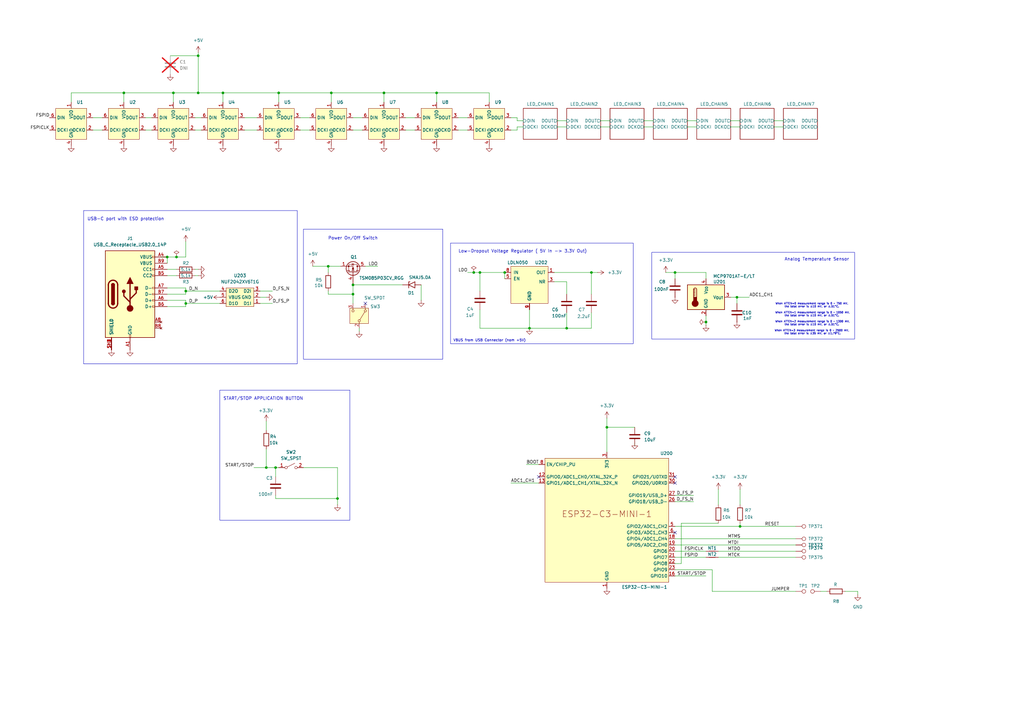
<source format=kicad_sch>
(kicad_sch (version 20231120) (generator "eeschema") (generator_version "8.0")
  (paper "A3")
  (title_block (title "F1 LED CIRCUIT PROJECT") (date "2024-04-10") (rev "v1.0"))
  (lib_symbols
    (symbol "Connector:USB_C_Receptacle_USB2.0_14P" (pin_names (offset 1.016))
      (property "Reference" "J" (at 0 22.225 0))
      (property "Value" "USB_C_Receptacle_USB2.0_14P" (at 0 19.685 0))
      (symbol "USB_C_Receptacle_USB2.0_14P_1_0"
        (pin no_connect line (at 12.7 -11.43 180) (length 2.54) (name "") (number "A8"))
        (pin no_connect line (at 12.7 -13.97 180) (length 2.54) (name "") (number "B8"))
      )
      (symbol "USB_C_Receptacle_USB2.0_14P_1_1"
        (pin passive line (at 0 -22.86 90) (length 5.08) (name "GND") (number "A1"))
        (pin power_in line (at 15.24 15.24 180) (length 5.08) (name "VBUS") (number "A4"))
        (pin bidirectional line (at 15.24 10.16 180) (length 5.08) (name "CC1") (number "A5"))
        (pin bidirectional line (at 15.24 -2.54 180) (length 5.08) (name "D+") (number "A6"))
        (pin bidirectional line (at 15.24 2.54 180) (length 5.08) (name "D-") (number "A7"))
        (pin passive line (at 0 -22.86 90) (length 5.08) hide (name "GND") (number "B12"))
        (pin bidirectional line (at 15.24 7.62 180) (length 5.08) (name "CC2") (number "B5"))
        (pin bidirectional line (at 15.24 -5.08 180) (length 5.08) (name "D+") (number "B6"))
        (pin bidirectional line (at 15.24 0 180) (length 5.08) (name "D-") (number "B7"))
        (pin power_in line (at 15.24 12.7 180) (length 5.08) (name "VBUS") (number "B9"))
        (pin passive line (at -7.62 -22.86 90) (length 5.08) (name "SHIELD") (number "SH1"))
        (pin passive line (at -7.62 -22.86 90) (length 5.08) (name "SHIELD") (number "SH2"))
        (pin passive line (at -7.62 -22.86 90) (length 5.08) (name "SHIELD") (number "SH3"))
        (pin passive line (at -7.62 -22.86 90) (length 5.08) (name "SHIELD") (number "SH4"))
      )
    )
    (symbol "Device:C" (pin_numbers hide) (pin_names (offset 0.254))
      (property "Reference" "C" (at 0.635 2.54 0))
      (property "Value" "C" (at 0.635 -2.54 0))
      (symbol "C_1_1"
        (pin passive line (at 0 3.81 270) (length 2.794) (name "~") (number "1"))
        (pin passive line (at 0 -3.81 90) (length 2.794) (name "~") (number "2"))
      )
    )
    (symbol "Device:NetTie_2" (pin_numbers hide) (pin_names (offset 0) hide) (in_bom no)
      (property "Reference" "NT" (at 0 1.27 0))
      (property "Value" "NetTie_2" (at 0 -1.27 0))
      (symbol "NetTie_2_1_1"
        (pin passive line (at -2.54 0 0) (length 2.54) (name "1") (number "1"))
        (pin passive line (at 2.54 0 180) (length 2.54) (name "2") (number "2"))
      )
    )
    (symbol "Device:R" (pin_numbers hide) (pin_names (offset 0))
      (property "Reference" "R" (at 2.032 0 90))
      (property "Value" "R" (at 0 0 90))
      (symbol "R_1_1"
        (pin passive line (at 0 3.81 270) (length 1.27) (name "~") (number "1"))
        (pin passive line (at 0 -3.81 90) (length 1.27) (name "~") (number "2"))
      )
    )
    (symbol "Diode:SMAJ5.0A" (pin_numbers hide) (pin_names (offset 1.016) hide)
      (property "Reference" "D" (at 0 2.54 0))
      (property "Value" "SMAJ5.0A" (at 0 -2.54 0))
      (symbol "SMAJ5.0A_1_1"
        (pin passive line (at -3.81 0 0) (length 2.54) (name "A1") (number "1"))
        (pin passive line (at 3.81 0 180) (length 2.54) (name "A2") (number "2"))
      )
    )
    (symbol "F1-LED-CIRCUIT-LIBRARY:HD108-2020"
      (property "Reference" "U" (at 0 19.558 0))
      (symbol "HD108-2020_1_1"
        (pin power_in line (at 0 8.89 270) (length 2.54) (name "VDD") (number "1"))
        (pin output line (at 8.89 -2.54 180) (length 2.54) (name "DCKO") (number "2"))
        (pin output line (at 8.89 2.54 180) (length 2.54) (name "DOUT") (number "3"))
        (pin power_in line (at 0 -8.89 90) (length 2.54) (name "GND") (number "4"))
        (pin input line (at -8.89 -2.54 0) (length 2.54) (name "DCKI") (number "5"))
        (pin input line (at -8.89 2.54 0) (length 2.54) (name "DIN") (number "6"))
      )
    )
    (symbol "F1-LED-CIRCUIT-LIBRARY:LDLN050" (pin_names (offset 1.016))
      (property "Reference" "U?" (at -0.254 9.906 0))
      (symbol "LDLN050_1_1"
        (pin power_out line (at 10.16 5.08 180) (length 2.54) (name "OUT") (number "1"))
        (pin no_connect line (at 10.16 -2.54 180) (length 2.54) hide (name "NC") (number "2"))
        (pin passive line (at 10.16 1.27 180) (length 2.54) (name "NR") (number "3"))
        (pin power_in line (at 0 -10.16 90) (length 2.54) (name "GND") (number "4"))
        (pin input line (at -10.16 2.54 0) (length 2.54) (name "EN") (number "5"))
        (pin no_connect line (at -10.16 -1.27 0) (length 2.54) hide (name "NC") (number "6"))
        (pin no_connect line (at -10.16 -5.08 0) (length 2.54) hide (name "NC") (number "7"))
        (pin power_in line (at -10.16 5.08 0) (length 2.54) (name "IN") (number "8"))
        (pin power_in line (at 0 -10.16 90) (length 2.54) (name "GND") (number "9"))
      )
    )
    (symbol "Jitter_Symbols:TSM085P03CV_RGG" (pin_names (offset 0) hide)
      (property "Reference" "Q" (at 5.08 1.905 0))
      (property "Value" "TSM085P03CV_RGG" (at 5.08 0 0))
      (symbol "TSM085P03CV_RGG_1_1"
        (pin passive line (at 2.54 -5.08 90) (length 2.54) (name "S") (number "1"))
        (pin passive line (at 2.54 -5.08 90) (length 2.54) hide (name "S") (number "2"))
        (pin passive line (at 2.54 -5.08 90) (length 2.54) hide (name "S") (number "3"))
        (pin input line (at -5.08 0 0) (length 5.334) (name "G") (number "4"))
        (pin passive line (at 2.54 5.08 270) (length 2.54) (name "D") (number "5"))
        (pin passive line (at 2.54 5.08 270) (length 2.54) hide (name "D") (number "6"))
        (pin passive line (at 2.54 5.08 270) (length 2.54) hide (name "D") (number "7"))
        (pin passive line (at 2.54 5.08 270) (length 2.54) hide (name "D") (number "8"))
      )
    )
    (symbol "PCM_Espressif:ESP32-C3-MINI-1"
      (property "Reference" "U" (at -25.4 30.48 0))
      (property "Value" "ESP32-C3-MINI-1" (at -25.4 27.94 0))
      (symbol "ESP32-C3-MINI-1_0_0"
        (text "ESP32-C3-MINI-1" (at 0 2.54 0) (effects (font (size 2.54 2.54))))
      )
      (symbol "ESP32-C3-MINI-1_1_1"
        (pin power_in line (at 0 -27.94 90) (length 2.54) (name "GND") (number "1"))
        (pin no_connect line (at -25.4 2.54 0) (length 2.54) hide (name "NC") (number "10"))
        (pin passive line (at 0 -27.94 90) (length 2.54) hide (name "GND") (number "11"))
        (pin bidirectional line (at -27.94 17.78 0) (length 2.54) (name "GPIO0/ADC1_CH0/XTAL_32K_P") (number "12"))
        (pin bidirectional line (at -27.94 15.24 0) (length 2.54) (name "GPIO1/ADC1_CH1/XTAL_32K_N") (number "13"))
        (pin passive line (at 0 -27.94 90) (length 2.54) hide (name "GND") (number "14"))
        (pin no_connect line (at -25.4 0 0) (length 2.54) hide (name "NC") (number "15"))
        (pin bidirectional line (at 27.94 -22.86 180) (length 2.54) (name "GPIO10") (number "16"))
        (pin no_connect line (at -25.4 -2.54 0) (length 2.54) hide (name "NC") (number "17"))
        (pin bidirectional line (at 27.94 -7.62 180) (length 2.54) (name "GPIO4/ADC1_CH4") (number "18"))
        (pin bidirectional line (at 27.94 -10.16 180) (length 2.54) (name "GPIO5/ADC2_CH0") (number "19"))
        (pin passive line (at 0 -27.94 90) (length 2.54) hide (name "GND") (number "2"))
        (pin bidirectional line (at 27.94 -12.7 180) (length 2.54) (name "GPIO6") (number "20"))
        (pin bidirectional line (at 27.94 -15.24 180) (length 2.54) (name "GPIO7") (number "21"))
        (pin bidirectional line (at 27.94 -17.78 180) (length 2.54) (name "GPIO8") (number "22"))
        (pin bidirectional line (at 27.94 -20.32 180) (length 2.54) (name "GPIO9") (number "23"))
        (pin no_connect line (at -25.4 -5.08 0) (length 2.54) hide (name "NC") (number "24"))
        (pin no_connect line (at -25.4 -7.62 0) (length 2.54) hide (name "NC") (number "25"))
        (pin bidirectional line (at 27.94 7.62 180) (length 2.54) (name "GPIO18/USB_D-") (number "26"))
        (pin bidirectional line (at 27.94 10.16 180) (length 2.54) (name "GPIO19/USB_D+") (number "27"))
        (pin no_connect line (at -25.4 -10.16 0) (length 2.54) hide (name "NC") (number "28"))
        (pin no_connect line (at -25.4 -12.7 0) (length 2.54) hide (name "NC") (number "29"))
        (pin power_in line (at 0 27.94 270) (length 2.54) (name "3V3") (number "3"))
        (pin bidirectional line (at 27.94 15.24 180) (length 2.54) (name "GPIO20/U0RXD") (number "30"))
        (pin bidirectional line (at 27.94 17.78 180) (length 2.54) (name "GPIO21/U0TXD") (number "31"))
        (pin no_connect line (at -25.4 -15.24 0) (length 2.54) hide (name "NC") (number "32"))
        (pin no_connect line (at -25.4 -17.78 0) (length 2.54) hide (name "NC") (number "33"))
        (pin no_connect line (at -25.4 -20.32 0) (length 2.54) hide (name "NC") (number "34"))
        (pin no_connect line (at -25.4 -22.86 0) (length 2.54) hide (name "NC") (number "35"))
        (pin passive line (at 0 -27.94 90) (length 2.54) hide (name "GND") (number "36"))
        (pin passive line (at 0 -27.94 90) (length 2.54) hide (name "GND") (number "37"))
        (pin passive line (at 0 -27.94 90) (length 2.54) hide (name "GND") (number "38"))
        (pin passive line (at 0 -27.94 90) (length 2.54) hide (name "GND") (number "39"))
        (pin no_connect line (at -25.4 10.16 0) (length 2.54) hide (name "NC") (number "4"))
        (pin passive line (at 0 -27.94 90) (length 2.54) hide (name "GND") (number "40"))
        (pin passive line (at 0 -27.94 90) (length 2.54) hide (name "GND") (number "41"))
        (pin passive line (at 0 -27.94 90) (length 2.54) hide (name "GND") (number "42"))
        (pin passive line (at 0 -27.94 90) (length 2.54) hide (name "GND") (number "43"))
        (pin passive line (at 0 -27.94 90) (length 2.54) hide (name "GND") (number "44"))
        (pin passive line (at 0 -27.94 90) (length 2.54) hide (name "GND") (number "45"))
        (pin passive line (at 0 -27.94 90) (length 2.54) hide (name "GND") (number "46"))
        (pin passive line (at 0 -27.94 90) (length 2.54) hide (name "GND") (number "47"))
        (pin passive line (at 0 -27.94 90) (length 2.54) hide (name "GND") (number "48"))
        (pin passive line (at 0 -27.94 90) (length 2.54) hide (name "GND") (number "49"))
        (pin bidirectional line (at 27.94 -2.54 180) (length 2.54) (name "GPIO2/ADC1_CH2") (number "5"))
        (pin passive line (at 0 -27.94 90) (length 2.54) hide (name "GND") (number "50"))
        (pin passive line (at 0 -27.94 90) (length 2.54) hide (name "GND") (number "51"))
        (pin passive line (at 0 -27.94 90) (length 2.54) hide (name "GND") (number "52"))
        (pin passive line (at 0 -27.94 90) (length 2.54) hide (name "GND") (number "53"))
        (pin bidirectional line (at 27.94 -5.08 180) (length 2.54) (name "GPIO3/ADC1_CH3") (number "6"))
        (pin no_connect line (at -25.4 7.62 0) (length 2.54) hide (name "NC") (number "7"))
        (pin input line (at -27.94 22.86 0) (length 2.54) (name "EN/CHIP_PU") (number "8"))
        (pin no_connect line (at -25.4 5.08 0) (length 2.54) hide (name "NC") (number "9"))
      )
    )
    (symbol "Sensor_Temperature:MCP9700Ax-ELT"
      (property "Reference" "U" (at -6.35 6.35 0))
      (property "Value" "MCP9700Ax-ELT" (at 1.27 6.35 0))
      (symbol "MCP9700Ax-ELT_1_1"
        (pin no_connect line (at 7.62 -2.54 180) (length 2.54) hide (name "NC") (number "1"))
        (pin power_in line (at 0 -7.62 90) (length 2.54) (name "GND") (number "2"))
        (pin output line (at 10.16 0 180) (length 2.54) (name "V_{OUT}") (number "3"))
        (pin power_in line (at 0 7.62 270) (length 2.54) (name "V_{DD}") (number "4"))
        (pin no_connect line (at 7.62 2.54 180) (length 2.54) hide (name "NC") (number "5"))
      )
    )
    (symbol "Switch:SW_SPDT" (pin_names (offset 0) hide)
      (property "Reference" "SW" (at 0 5.08 0))
      (property "Value" "SW_SPDT" (at 0 -5.08 0))
      (symbol "SW_SPDT_1_1"
        (pin passive line (at 5.08 2.54 180) (length 2.54) (name "A") (number "1"))
        (pin passive line (at -5.08 0 0) (length 2.54) (name "B") (number "2"))
        (pin passive line (at 5.08 -2.54 180) (length 2.54) (name "C") (number "3"))
      )
    )
    (symbol "Switch:SW_SPST" (pin_names (offset 0) hide)
      (property "Reference" "SW" (at 0 3.175 0))
      (property "Value" "SW_SPST" (at 0 -2.54 0))
      (symbol "SW_SPST_1_1"
        (pin passive line (at -5.08 0 0) (length 2.54) (name "A") (number "1"))
        (pin passive line (at 5.08 0 180) (length 2.54) (name "B") (number "2"))
      )
    )
    (symbol "adams_library_symbols:GND" (power) (pin_names (offset 0))
      (property "Value" "GND" (at 0 -3.81 0))
      (symbol "GND_1_1"
        (pin power_in line (at 0 0 270) (length 0) hide (name "GND") (number "1"))
      )
    )
    (symbol "adams_library_symbols:NUF2042XV6T1G" (pin_names (offset 1.016))
      (property "Reference" "U" (at -3.81 5.08 0))
      (property "Value" "NUF2042XV6T1G" (at 0 -5.08 0))
      (symbol "NUF2042XV6T1G_1_1"
        (pin bidirectional line (at -7.62 2.54 0) (length 2.54) (name "D1I") (number "1"))
        (pin power_in line (at -7.62 0 0) (length 2.54) (name "GND") (number "2"))
        (pin bidirectional line (at -7.62 -2.54 0) (length 2.54) (name "D2I") (number "3"))
        (pin bidirectional line (at 8.89 -2.54 180) (length 2.54) (name "D2O") (number "4"))
        (pin power_in line (at 8.89 0 180) (length 2.54) (name "VBUS") (number "5"))
        (pin bidirectional line (at 8.89 2.54 180) (length 2.54) (name "D1O") (number "6"))
      )
    )
    (symbol "adams_library_symbols:TestPoint" (pin_numbers hide) (pin_names (offset 0.762) hide)
      (property "Reference" "TP" (at 0 6.858 0))
      (property "Value" "TestPoint" (at 0 5.08 0))
      (symbol "TestPoint_1_1"
        (pin passive line (at 0 0 90) (length 2.54) (name "1") (number "1"))
      )
    )
    (symbol "power:+3.3V" (power) (pin_numbers hide) (pin_names (offset 0) hide)
      (property "Value" "+3.3V" (at 0 3.556 0))
      (symbol "+3.3V_1_1"
        (pin power_in line (at 0 0 90) (length 0) (name "~") (number "1"))
      )
    )
    (symbol "power:+5V" (power) (pin_numbers hide) (pin_names (offset 0) hide)
      (property "Value" "+5V" (at 0 3.556 0))
      (symbol "+5V_1_1"
        (pin power_in line (at 0 0 90) (length 0) (name "~") (number "1"))
      )
    )
    (symbol "power:GND" (power) (pin_numbers hide) (pin_names (offset 0) hide)
      (property "Value" "GND" (at 0 -3.81 0))
      (symbol "GND_1_1"
        (pin power_in line (at 0 0 270) (length 0) (name "~") (number "1"))
      )
    )
    (symbol "power:PWR_FLAG" (power) (pin_numbers hide) (pin_names (offset 0) hide)
      (property "Value" "PWR_FLAG" (at 0 3.81 0))
      (symbol "PWR_FLAG_0_0"
        (pin power_out line (at 0 0 90) (length 0) (name "~") (number "1"))
      )
    )
  )
  (junction (at 114.3 38.1))
  (junction (at 144.78 116.84))
  (junction (at 138.43 204.47))
  (junction (at 81.28 38.1))
  (junction (at 217.17 134.62))
  (junction (at 113.03 191.77))
  (junction (at 109.22 191.77))
  (junction (at 71.12 38.1))
  (junction (at 91.44 38.1))
  (junction (at 289.56 132.08))
  (junction (at 134.62 109.22))
  (junction (at 248.92 175.26))
  (junction (at 179.07 38.1))
  (junction (at 276.86 111.76))
  (junction (at 81.28 22.86))
  (junction (at 68.58 105.41))
  (junction (at 72.39 105.41))
  (junction (at 135.89 38.1))
  (junction (at 242.57 111.76))
  (junction (at 232.41 134.62))
  (junction (at 207.01 111.76))
  (junction (at 50.8 38.1))
  (junction (at 76.2 124.46))
  (junction (at 302.26 121.92))
  (junction (at 76.2 119.38))
  (junction (at 303.53 215.9))
  (junction (at 194.31 111.76))
  (junction (at 196.85 111.76))
  (junction (at 157.48 38.1))
  (junction (at 144.78 120.65))
  (no_connect (at 220.98 195.58))
  (no_connect (at 276.86 195.58))
  (no_connect (at 276.86 218.44))
  (no_connect (at 276.86 198.12))
  (no_connect (at 149.86 124.46))
  (wire (pts (xy 29.21 38.1) (xy 50.8 38.1)))
  (wire (pts (xy 29.21 41.91) (xy 29.21 38.1)))
  (wire (pts (xy 303.53 215.9) (xy 326.39 215.9)))
  (wire (pts (xy 81.28 21.59) (xy 81.28 22.86)))
  (wire (pts (xy 187.96 48.26) (xy 191.77 48.26)))
  (wire (pts (xy 196.85 111.76) (xy 196.85 119.38)))
  (wire (pts (xy 299.72 49.53) (xy 303.53 49.53)))
  (wire (pts (xy 264.16 52.07) (xy 267.97 52.07)))
  (wire (pts (xy 302.26 121.92) (xy 307.34 121.92)))
  (wire (pts (xy 68.58 118.11) (xy 76.2 118.11)))
  (wire (pts (xy 289.56 133.35) (xy 289.56 132.08)))
  (wire (pts (xy 336.55 242.57) (xy 339.09 242.57)))
  (wire (pts (xy 134.62 109.22) (xy 134.62 111.76)))
  (wire (pts (xy 212.09 49.53) (xy 214.63 49.53)))
  (wire (pts (xy 292.1 233.68) (xy 276.86 233.68)))
  (wire (pts (xy 209.55 53.34) (xy 212.09 53.34)))
  (wire (pts (xy 217.17 127) (xy 217.17 134.62)))
  (wire (pts (xy 194.31 111.76) (xy 196.85 111.76)))
  (wire (pts (xy 302.26 121.92) (xy 302.26 124.46)))
  (wire (pts (xy 292.1 233.68) (xy 292.1 242.57)))
  (wire (pts (xy 81.28 38.1) (xy 71.12 38.1)))
  (wire (pts (xy 242.57 128.27) (xy 242.57 134.62)))
  (wire (pts (xy 232.41 134.62) (xy 242.57 134.62)))
  (wire (pts (xy 157.48 38.1) (xy 157.48 41.91)))
  (wire (pts (xy 317.5 52.07) (xy 321.31 52.07)))
  (wire (pts (xy 276.86 226.06) (xy 289.56 226.06)))
  (wire (pts (xy 134.62 109.22) (xy 139.7 109.22)))
  (wire (pts (xy 276.86 205.74) (xy 284.48 205.74)))
  (wire (pts (xy 246.38 49.53) (xy 250.19 49.53)))
  (wire (pts (xy 68.58 125.73) (xy 76.2 125.73)))
  (wire (pts (xy 212.09 48.26) (xy 212.09 49.53)))
  (wire (pts (xy 299.72 52.07) (xy 303.53 52.07)))
  (wire (pts (xy 196.85 127) (xy 196.85 134.62)))
  (wire (pts (xy 276.86 111.76) (xy 289.56 111.76)))
  (wire (pts (xy 66.04 105.41) (xy 68.58 105.41)))
  (wire (pts (xy 209.55 198.12) (xy 220.98 198.12)))
  (wire (pts (xy 68.58 110.49) (xy 72.39 110.49)))
  (wire (pts (xy 260.35 182.88) (xy 260.35 181.61)))
  (wire (pts (xy 91.44 38.1) (xy 91.44 41.91)))
  (wire (pts (xy 232.41 128.27) (xy 232.41 134.62)))
  (wire (pts (xy 50.8 38.1) (xy 50.8 41.91)))
  (wire (pts (xy 281.94 52.07) (xy 285.75 52.07)))
  (wire (pts (xy 106.68 119.38) (xy 111.76 119.38)))
  (wire (pts (xy 123.19 53.34) (xy 127 53.34)))
  (wire (pts (xy 144.78 53.34) (xy 148.59 53.34)))
  (wire (pts (xy 68.58 120.65) (xy 76.2 120.65)))
  (wire (pts (xy 217.17 134.62) (xy 196.85 134.62)))
  (wire (pts (xy 76.2 118.11) (xy 76.2 119.38)))
  (wire (pts (xy 209.55 48.26) (xy 212.09 48.26)))
  (wire (pts (xy 38.1 48.26) (xy 41.91 48.26)))
  (wire (pts (xy 109.22 172.72) (xy 109.22 176.53)))
  (wire (pts (xy 106.68 121.92) (xy 109.22 121.92)))
  (wire (pts (xy 294.64 214.63) (xy 279.4 214.63)))
  (wire (pts (xy 59.69 53.34) (xy 62.23 53.34)))
  (wire (pts (xy 147.32 135.89) (xy 147.32 134.62)))
  (wire (pts (xy 292.1 242.57) (xy 326.39 242.57)))
  (wire (pts (xy 289.56 114.3) (xy 289.56 111.76)))
  (wire (pts (xy 124.46 191.77) (xy 138.43 191.77)))
  (wire (pts (xy 80.01 110.49) (xy 81.28 110.49)))
  (wire (pts (xy 172.72 116.84) (xy 172.72 123.19)))
  (wire (pts (xy 76.2 123.19) (xy 76.2 124.46)))
  (wire (pts (xy 81.28 22.86) (xy 81.28 38.1)))
  (wire (pts (xy 346.71 242.57) (xy 351.79 242.57)))
  (wire (pts (xy 279.4 214.63) (xy 279.4 231.14)))
  (wire (pts (xy 196.85 111.76) (xy 207.01 111.76)))
  (wire (pts (xy 200.66 38.1) (xy 200.66 41.91)))
  (wire (pts (xy 246.38 52.07) (xy 250.19 52.07)))
  (wire (pts (xy 76.2 124.46) (xy 76.2 125.73)))
  (wire (pts (xy 215.9 190.5) (xy 220.98 190.5)))
  (wire (pts (xy 104.14 191.77) (xy 109.22 191.77)))
  (wire (pts (xy 50.8 38.1) (xy 71.12 38.1)))
  (wire (pts (xy 59.69 48.26) (xy 62.23 48.26)))
  (wire (pts (xy 144.78 116.84) (xy 165.1 116.84)))
  (wire (pts (xy 135.89 38.1) (xy 135.89 41.91)))
  (wire (pts (xy 68.58 105.41) (xy 68.58 107.95)))
  (wire (pts (xy 248.92 175.26) (xy 248.92 185.42)))
  (wire (pts (xy 76.2 120.65) (xy 76.2 119.38)))
  (wire (pts (xy 217.17 134.62) (xy 232.41 134.62)))
  (wire (pts (xy 276.86 111.76) (xy 276.86 114.3)))
  (wire (pts (xy 72.39 105.41) (xy 76.2 105.41)))
  (wire (pts (xy 144.78 48.26) (xy 148.59 48.26)))
  (wire (pts (xy 76.2 99.06) (xy 76.2 105.41)))
  (wire (pts (xy 113.03 191.77) (xy 114.3 191.77)))
  (wire (pts (xy 179.07 38.1) (xy 200.66 38.1)))
  (wire (pts (xy 227.33 115.57) (xy 232.41 115.57)))
  (wire (pts (xy 303.53 215.9) (xy 303.53 214.63)))
  (wire (pts (xy 276.86 215.9) (xy 303.53 215.9)))
  (wire (pts (xy 144.78 116.84) (xy 144.78 120.65)))
  (wire (pts (xy 232.41 120.65) (xy 232.41 115.57)))
  (wire (pts (xy 76.2 124.46) (xy 90.17 124.46)))
  (wire (pts (xy 69.85 22.86) (xy 81.28 22.86)))
  (wire (pts (xy 135.89 38.1) (xy 157.48 38.1)))
  (wire (pts (xy 166.37 53.34) (xy 170.18 53.34)))
  (wire (pts (xy 109.22 184.15) (xy 109.22 191.77)))
  (wire (pts (xy 106.68 124.46) (xy 111.76 124.46)))
  (wire (pts (xy 114.3 38.1) (xy 135.89 38.1)))
  (wire (pts (xy 281.94 49.53) (xy 285.75 49.53)))
  (wire (pts (xy 91.44 38.1) (xy 114.3 38.1)))
  (wire (pts (xy 154.94 109.22) (xy 149.86 109.22)))
  (wire (pts (xy 228.6 49.53) (xy 232.41 49.53)))
  (wire (pts (xy 212.09 52.07) (xy 214.63 52.07)))
  (wire (pts (xy 284.48 203.2) (xy 276.86 203.2)))
  (wire (pts (xy 68.58 123.19) (xy 76.2 123.19)))
  (wire (pts (xy 68.58 105.41) (xy 72.39 105.41)))
  (wire (pts (xy 212.09 53.34) (xy 212.09 52.07)))
  (wire (pts (xy 289.56 132.08) (xy 289.56 129.54)))
  (wire (pts (xy 76.2 119.38) (xy 90.17 119.38)))
  (wire (pts (xy 276.86 228.6) (xy 289.56 228.6)))
  (wire (pts (xy 138.43 191.77) (xy 138.43 204.47)))
  (wire (pts (xy 294.64 226.06) (xy 326.39 226.06)))
  (wire (pts (xy 100.33 53.34) (xy 105.41 53.34)))
  (wire (pts (xy 273.05 111.76) (xy 276.86 111.76)))
  (wire (pts (xy 207.01 111.76) (xy 207.01 114.3)))
  (wire (pts (xy 351.79 242.57) (xy 351.79 243.84)))
  (wire (pts (xy 228.6 52.07) (xy 232.41 52.07)))
  (wire (pts (xy 68.58 113.03) (xy 72.39 113.03)))
  (wire (pts (xy 134.62 119.38) (xy 134.62 120.65)))
  (wire (pts (xy 138.43 204.47) (xy 138.43 207.01)))
  (wire (pts (xy 294.64 200.66) (xy 294.64 207.01)))
  (wire (pts (xy 248.92 175.26) (xy 260.35 175.26)))
  (wire (pts (xy 248.92 171.45) (xy 248.92 175.26)))
  (wire (pts (xy 123.19 48.26) (xy 127 48.26)))
  (wire (pts (xy 179.07 38.1) (xy 179.07 41.91)))
  (wire (pts (xy 276.86 236.22) (xy 289.56 236.22)))
  (wire (pts (xy 38.1 53.34) (xy 41.91 53.34)))
  (wire (pts (xy 113.03 203.2) (xy 113.03 204.47)))
  (wire (pts (xy 299.72 121.92) (xy 302.26 121.92)))
  (wire (pts (xy 166.37 48.26) (xy 170.18 48.26)))
  (wire (pts (xy 276.86 223.52) (xy 326.39 223.52)))
  (wire (pts (xy 100.33 48.26) (xy 105.41 48.26)))
  (wire (pts (xy 276.86 220.98) (xy 326.39 220.98)))
  (wire (pts (xy 227.33 111.76) (xy 242.57 111.76)))
  (wire (pts (xy 109.22 191.77) (xy 113.03 191.77)))
  (wire (pts (xy 134.62 120.65) (xy 144.78 120.65)))
  (wire (pts (xy 80.01 48.26) (xy 82.55 48.26)))
  (wire (pts (xy 187.96 53.34) (xy 191.77 53.34)))
  (wire (pts (xy 114.3 38.1) (xy 114.3 41.91)))
  (wire (pts (xy 264.16 49.53) (xy 267.97 49.53)))
  (wire (pts (xy 71.12 38.1) (xy 71.12 41.91)))
  (wire (pts (xy 276.86 231.14) (xy 279.4 231.14)))
  (wire (pts (xy 242.57 111.76) (xy 242.57 120.65)))
  (wire (pts (xy 113.03 204.47) (xy 138.43 204.47)))
  (wire (pts (xy 80.01 113.03) (xy 81.28 113.03)))
  (wire (pts (xy 80.01 53.34) (xy 82.55 53.34)))
  (wire (pts (xy 245.11 111.76) (xy 242.57 111.76)))
  (wire (pts (xy 317.5 49.53) (xy 321.31 49.53)))
  (wire (pts (xy 191.77 111.76) (xy 194.31 111.76)))
  (wire (pts (xy 81.28 38.1) (xy 91.44 38.1)))
  (wire (pts (xy 113.03 191.77) (xy 113.03 195.58)))
  (wire (pts (xy 294.64 228.6) (xy 326.39 228.6)))
  (wire (pts (xy 157.48 38.1) (xy 179.07 38.1)))
  (wire (pts (xy 303.53 200.66) (xy 303.53 207.01)))
  (wire (pts (xy 144.78 120.65) (xy 144.78 124.46)))
  (wire (pts (xy 128.27 109.22) (xy 134.62 109.22)))
  (rectangle (start 124.46 93.98) (end 181.61 147.32))
  (rectangle (start 267.335 103.505) (end 350.52 139.065))
  (rectangle (start 34.29 86.36) (end 121.92 149.225))
  (rectangle (start 184.785 99.695) (end 259.715 140.97))
  (rectangle (start 90.17 160.02) (end 143.51 213.36))
  (text "Analog Temperature Sensor" (at 335.026 106.426 0) (effects (font (size 1.27 1.27))))
  (text "START/STOP APPLICATION BUTTON" (at 107.95 163.576 0) (effects (font (size 1.27 1.27))))
  (text "Low-Dropout Voltage Regulator ( 5V In -> 3.3V Out)" (at 214.376 103.124 0) (effects (font (size 1.27 1.27))))
  (text "Power On/Off Switch" (at 144.78 97.79 0) (effects (font (size 1.27 1.27))))
  (text "When ATTEN=0 measurement range is 0 ~ 750 mV, \nthe total error is ±10 mV, or ±.51°C. \n\nWhen ATTEN=1 measurement range is 0 ~ 1050 mV,\nthe total error is ±10 mV, or ±.51°C. \n\nWhen ATTEN=2 measurement range is 0 ~ 1300 mV,\nthe total error is ±10 mV, or ±.51°C. \n\nWhen ATTEN=3 measurement range is 0 ~ 2500 mV, \nthe total error is ±35 mV, or ±1.79°C." (at 333.248 130.81 0) (effects (font (size 0.762 0.762))))
  (text "USB-C port with ESD protection" (at 51.562 89.916 0) (effects (font (size 1.27 1.27))))
  (text "VBUS from USB Connector (nom +5V) " (at 201.168 139.7 0) (effects (font (size 1.016 1.016))))
  (label "MTDI" (at 298.45 223.52 0))
  (label "D_FS_P" (at 284.48 203.2 180))
  (label "D_FS_P" (at 111.76 124.46 0))
  (label "LDO" (at 154.94 109.22 180))
  (label "ADC1_CH1" (at 209.55 198.12 0))
  (label "JUMPER" (at 316.23 242.57 0))
  (label "START{slash}STOP" (at 289.56 236.22 180))
  (label "FSPID" (at 20.32 48.26 180))
  (label "BOOT" (at 215.9 190.5 0))
  (label "MTCK" (at 298.45 228.6 0))
  (label "MTMS" (at 298.45 220.98 0))
  (label "RESET" (at 313.69 215.9 0))
  (label "START{slash}STOP" (at 104.14 191.77 180))
  (label "FSPICLK" (at 280.67 226.06 0))
  (label "D_FS_N" (at 111.76 119.38 0))
  (label "D_N" (at 77.47 119.38 0))
  (label "MTDO" (at 298.45 226.06 0))
  (label "D_FS_N" (at 284.48 205.74 180))
  (label "D_P" (at 77.47 124.46 0))
  (label "LDO" (at 191.77 111.76 180))
  (label "ADC1_CH1" (at 307.34 121.92 0))
  (label "FSPID" (at 280.67 228.6 0))
  (label "FSPICLK" (at 20.32 53.34 180))
  (symbol (lib_id "adams_library_symbols:NUF2042XV6T1G") (at 99.06 121.92 180) (unit 1)
    (property "Reference" "U203" (at 98.425 113.03 0))
    (property "Value" "NUF2042XV6T1G" (at 98.425 115.57 0))
    (property "Footprint" "F1-LED-CIRCUIT-LIBRARY:SON_2XV6T1G_ONS" (effects (hide yes)))
    (property "Datasheet" "http://www.onsemi.com/pub/Collateral/NUF2030XV6-D.PDF" (effects (hide yes)))
    (property "Description" "USB Upstream Terminator with ESD Protection" (effects (hide yes)))
    (property "MPN" "NUF2042XV6T1G" (effects (hide yes)))
  )
  (symbol (lib_id "Switch:SW_SPDT") (at 147.32 129.54 270) (mirror x) (unit 1)
    (property "Reference" "SW3" (at 153.924 125.73 90))
    (property "Value" "SW_SPDT" (at 153.67 122.174 90))
    (property "Footprint" "F1-LED-CIRCUIT-LIBRARY:AS12AP_NKK" (effects (hide yes)))
    (property "Datasheet" "https://pt.mouser.com/datasheet/2/295/Aslides-1663571.pdf" (effects (hide yes)))
    (property "Description" "Switch, single pole double throw" (effects (hide yes)))
    (property "MPN" "AS13AP" (effects (hide yes)))
  )
  (symbol (lib_id "adams_library_symbols:GND") (at 53.34 143.51 0) (unit 1)
    (property "Reference" "#PWR04" (effects (hide yes)))
    (property "Value" "GND" (effects (hide yes)))
    (property "Description" "Power symbol creates a global label with name \"GND\" , ground" (effects (hide yes)))
  )
  (symbol (lib_id "adams_library_symbols:GND") (at 157.48 59.69 0) (unit 1)
    (property "Reference" "#PWR0371" (effects (hide yes)))
    (property "Value" "GND" (effects (hide yes)))
    (property "Description" "Power symbol creates a global label with name \"GND\" , ground" (effects (hide yes)))
  )
  (symbol (lib_id "F1-LED-CIRCUIT-LIBRARY:HD108-2020") (at 200.66 50.8 0) (unit 1)
    (property "Reference" "U9" (at 202.8541 41.91 0) (effects (justify left)))
    (property "Value" "HD108-2020" (effects (hide yes)))
    (property "Footprint" "F1-LED-CIRCUIT-LIBRARY:HD108-2020" (effects (hide yes)))
    (property "Description" "HD108-2020 RGB LED" (effects (hide yes)))
    (property "MPN" "HD108-2020" (effects (hide yes)))
  )
  (symbol (lib_id "F1-LED-CIRCUIT-LIBRARY:HD108-2020") (at 179.07 50.8 0) (unit 1)
    (property "Reference" "U8" (at 181.2641 41.91 0) (effects (justify left)))
    (property "Value" "HD108-2020" (effects (hide yes)))
    (property "Footprint" "F1-LED-CIRCUIT-LIBRARY:HD108-2020" (effects (hide yes)))
    (property "Description" "HD108-2020 RGB LED" (effects (hide yes)))
    (property "MPN" "HD108-2020" (effects (hide yes)))
  )
  (symbol (lib_id "adams_library_symbols:TestPoint") (at 326.39 226.06 270) (unit 1)
    (property "Reference" "TP374" (at 331.47 224.7899 90) (effects (justify left)))
    (property "Value" "TestPoint" (effects (hide yes)))
    (property "Footprint" "TestPoint:TestPoint_Pad_D1.5mm" (effects (hide yes)))
    (property "Description" "test point" (effects (hide yes)))
  )
  (symbol (lib_id "power:GND") (at 276.86 121.92 0) (unit 1)
    (property "Reference" "#PWR033" (effects (hide yes)))
    (property "Value" "GND" (effects (hide yes)))
    (property "Description" "Power symbol creates a global label with name \"GND\" , ground" (effects (hide yes)))
  )
  (symbol (lib_id "adams_library_symbols:GND") (at 29.21 59.69 0) (unit 1)
    (property "Reference" "#PWR01" (effects (hide yes)))
    (property "Value" "GND" (effects (hide yes)))
    (property "Description" "Power symbol creates a global label with name \"GND\" , ground" (effects (hide yes)))
  )
  (symbol (lib_id "F1-LED-CIRCUIT-LIBRARY:HD108-2020") (at 91.44 50.8 0) (unit 1)
    (property "Reference" "U4" (at 93.6341 41.91 0) (effects (justify left)))
    (property "Value" "HD108-2020" (effects (hide yes)))
    (property "Footprint" "F1-LED-CIRCUIT-LIBRARY:HD108-2020" (effects (hide yes)))
    (property "Description" "HD108-2020 RGB LED" (effects (hide yes)))
    (property "MPN" "HD108-2020" (effects (hide yes)))
  )
  (symbol (lib_id "adams_library_symbols:TestPoint") (at 326.39 228.6 270) (unit 1)
    (property "Reference" "TP375" (at 331.47 228.5999 90) (effects (justify left)))
    (property "Value" "TestPoint" (effects (hide yes)))
    (property "Footprint" "TestPoint:TestPoint_Pad_D1.5mm" (effects (hide yes)))
    (property "Description" "test point" (effects (hide yes)))
  )
  (symbol (lib_id "power:GND") (at 260.35 181.61 0) (unit 1)
    (property "Reference" "#PWR034" (effects (hide yes)))
    (property "Value" "GND" (effects (hide yes)))
    (property "Description" "Power symbol creates a global label with name \"GND\" , ground" (effects (hide yes)))
  )
  (symbol (lib_id "Device:C") (at 260.35 179.07 0) (unit 1)
    (property "Reference" "C9" (at 264.16 177.7999 0) (effects (justify left)))
    (property "Value" "10uF" (at 264.16 180.3399 0) (effects (justify left)))
    (property "Footprint" "Capacitor_SMD:C_0402_1005Metric" (effects (hide yes)))
    (property "Description" "Unpolarized capacitor" (effects (hide yes)))
  )
  (symbol (lib_id "F1-LED-CIRCUIT-LIBRARY:HD108-2020") (at 29.21 50.8 0) (unit 1)
    (property "Reference" "U1" (at 31.4041 41.91 0) (effects (justify left)))
    (property "Value" "HD108-2020" (effects (hide yes)))
    (property "Footprint" "F1-LED-CIRCUIT-LIBRARY:HD108-2020" (effects (hide yes)))
    (property "Description" "HD108-2020 RGB LED" (effects (hide yes)))
    (property "MPN" "HD108-2020" (effects (hide yes)))
  )
  (symbol (lib_id "power:GND") (at 289.56 133.35 0) (unit 1)
    (property "Reference" "#PWR035" (effects (hide yes)))
    (property "Value" "GND" (effects (hide yes)))
    (property "Description" "Power symbol creates a global label with name \"GND\" , ground" (effects (hide yes)))
  )
  (symbol (lib_id "power:PWR_FLAG") (at 72.39 105.41 0) (unit 1)
    (property "Reference" "#FLG01" (effects (hide yes)))
    (property "Value" "PWR_FLAG" (effects (hide yes)))
    (property "Description" "Special symbol for telling ERC where power comes from" (effects (hide yes)))
  )
  (symbol (lib_id "power:GND") (at 172.72 123.19 0) (unit 1)
    (property "Reference" "#PWR021" (effects (hide yes)))
    (property "Value" "GND" (effects (hide yes)))
    (property "Description" "Power symbol creates a global label with name \"GND\" , ground" (effects (hide yes)))
  )
  (symbol (lib_id "Device:NetTie_2") (at 292.1 226.06 0) (unit 1) (in_bom no)
    (property "Reference" "NT1" (at 292.1 224.79 0))
    (property "Value" "NetTie_2" (effects (hide yes)))
    (property "Footprint" "NetTie:NetTie-2_SMD_Pad0.5mm" (effects (hide yes)))
    (property "Description" "Net tie, 2 pins" (effects (hide yes)))
  )
  (symbol (lib_id "Device:R") (at 342.9 242.57 270) (unit 1)
    (property "Reference" "R8" (at 342.9 246.634 90))
    (property "Value" "R" (at 342.646 239.776 90))
    (property "Footprint" "Resistor_SMD:R_0402_1005Metric" (effects (hide yes)))
    (property "Description" "Resistor" (effects (hide yes)))
  )
  (symbol (lib_id "Device:R") (at 109.22 180.34 180) (unit 1)
    (property "Reference" "R4" (at 112.014 179.07 0))
    (property "Value" "10k" (at 112.268 181.61 0))
    (property "Footprint" "Resistor_SMD:R_0402_1005Metric" (effects (hide yes)))
    (property "Description" "Resistor" (effects (hide yes)))
  )
  (symbol (lib_id "power:+3.3V") (at 109.22 172.72 0) (unit 1)
    (property "Reference" "#PWR016" (effects (hide yes)))
    (property "Value" "+3.3V" (at 108.966 168.402 0))
    (property "Description" "Power symbol creates a global label with name \"+3.3V\"" (effects (hide yes)))
  )
  (symbol (lib_id "adams_library_symbols:GND") (at 200.66 59.69 0) (unit 1)
    (property "Reference" "#PWR0373" (effects (hide yes)))
    (property "Value" "GND" (effects (hide yes)))
    (property "Description" "Power symbol creates a global label with name \"GND\" , ground" (effects (hide yes)))
  )
  (symbol (lib_id "Device:R") (at 294.64 210.82 180) (unit 1)
    (property "Reference" "R6" (at 297.942 209.296 0))
    (property "Value" "10k" (at 297.942 212.09 0))
    (property "Footprint" "Resistor_SMD:R_0402_1005Metric" (effects (hide yes)))
    (property "Description" "Resistor" (effects (hide yes)))
  )
  (symbol (lib_id "Sensor_Temperature:MCP9700Ax-ELT") (at 289.56 121.92 0) (unit 1)
    (property "Reference" "U201" (at 297.688 115.57 0) (effects (justify right)))
    (property "Value" "MCP9701AT-E/LT" (at 309.626 113.284 0) (effects (justify right)))
    (property "Footprint" "Package_TO_SOT_SMD:SOT-353_SC-70-5" (effects (hide yes)))
    (property "Datasheet" "http://ww1.microchip.com/downloads/en/DeviceDoc/20001942G.pdf" (effects (hide yes)))
    (property "Description" "Low power, analog thermistor temperature sensor, ±2C accuracy, -40C to +125C, in SC-70-5" (effects (hide yes)))
    (property "MPN" "MCP9701AT-E/LT" (effects (hide yes)))
  )
  (symbol (lib_id "adams_library_symbols:GND") (at 81.28 110.49 90) (unit 1)
    (property "Reference" "#PWR010" (effects (hide yes)))
    (property "Value" "GND" (effects (hide yes)))
    (property "Description" "Power symbol creates a global label with name \"GND\" , ground" (effects (hide yes)))
  )
  (symbol (lib_id "Diode:SMAJ5.0A") (at 168.91 116.84 0) (unit 1)
    (property "Reference" "D1" (at 168.656 120.142 0))
    (property "Value" "SMAJ5.0A" (at 172.212 113.792 0))
    (property "Footprint" "Diode_SMD:D_SMA" (effects (hide yes)))
    (property "Datasheet" "https://www.littelfuse.com/media?resourcetype=datasheets&itemid=75e32973-b177-4ee3-a0ff-cedaf1abdb93&filename=smaj-datasheet" (effects (hide yes)))
    (property "Description" "400W unidirectional Transient Voltage Suppressor, 5.0Vr, SMA(DO-214AC)" (effects (hide yes)))
    (property "MPN" "SMAJ5.0A" (effects (hide yes)))
  )
  (symbol (lib_id "Device:C") (at 242.57 124.46 0) (unit 1)
    (property "Reference" "C7" (at 237.236 127 0) (effects (justify left)))
    (property "Value" "2.2uF" (at 236.728 129.794 0) (effects (justify left)))
    (property "Footprint" "Capacitor_SMD:C_0402_1005Metric" (effects (hide yes)))
    (property "Description" "Unpolarized capacitor" (effects (hide yes)))
  )
  (symbol (lib_id "power:+3.3V") (at 245.11 111.76 270) (unit 1)
    (property "Reference" "#PWR027" (effects (hide yes)))
    (property "Value" "+3.3V" (at 249.174 111.76 90) (effects (justify left)))
    (property "Description" "Power symbol creates a global label with name \"+3.3V\"" (effects (hide yes)))
  )
  (symbol (lib_id "Device:R") (at 76.2 110.49 90) (unit 1)
    (property "Reference" "R2" (at 76.2 107.95 90))
    (property "Value" "5.1k" (at 76.2 110.49 90))
    (property "Footprint" "Resistor_SMD:R_0402_1005Metric" (effects (hide yes)))
    (property "Description" "Resistor" (effects (hide yes)))
  )
  (symbol (lib_id "adams_library_symbols:GND") (at 135.89 59.69 0) (unit 1)
    (property "Reference" "#PWR017" (effects (hide yes)))
    (property "Value" "GND" (effects (hide yes)))
    (property "Description" "Power symbol creates a global label with name \"GND\" , ground" (effects (hide yes)))
  )
  (symbol (lib_id "power:+5V") (at 81.28 21.59 0) (unit 1)
    (property "Reference" "#PWR07" (effects (hide yes)))
    (property "Value" "+5V" (at 81.28 16.51 0))
    (property "Description" "Power symbol creates a global label with name \"+5V\"" (effects (hide yes)))
  )
  (symbol (lib_id "power:+3.3V") (at 294.64 200.66 0) (unit 1)
    (property "Reference" "#PWR037" (effects (hide yes)))
    (property "Value" "+3.3V" (at 294.64 195.58 0))
    (property "Description" "Power symbol creates a global label with name \"+3.3V\"" (effects (hide yes)))
  )
  (symbol (lib_id "adams_library_symbols:GND") (at 114.3 59.69 0) (unit 1)
    (property "Reference" "#PWR0195" (effects (hide yes)))
    (property "Value" "GND" (effects (hide yes)))
    (property "Description" "Power symbol creates a global label with name \"GND\" , ground" (effects (hide yes)))
  )
  (symbol (lib_id "F1-LED-CIRCUIT-LIBRARY:HD108-2020") (at 50.8 50.8 0) (unit 1)
    (property "Reference" "U2" (at 52.9941 41.91 0) (effects (justify left)))
    (property "Value" "HD108-2020" (effects (hide yes)))
    (property "Footprint" "F1-LED-CIRCUIT-LIBRARY:HD108-2020" (effects (hide yes)))
    (property "Description" "HD108-2020 RGB LED" (effects (hide yes)))
    (property "MPN" "HD108-2020" (effects (hide yes)))
  )
  (symbol (lib_id "F1-LED-CIRCUIT-LIBRARY:LDLN050") (at 217.17 116.84 0) (unit 1)
    (property "Reference" "U202" (at 221.996 107.696 0))
    (property "Value" "LDLN050" (at 212.344 107.696 0))
    (property "Footprint" "F1-LED-CIRCUIT-LIBRARY:DFN8_LDLN050_STM" (effects (hide yes)))
    (property "Datasheet" "https://www.st.com/resource/en/datasheet/ldln050.pdf" (effects (hide yes)))
    (property "Description" " 500 mA, high performance low dropout linear regulator" (effects (hide yes)))
    (property "MPN" "LDLN050PU33R" (effects (hide yes)))
  )
  (symbol (lib_id "Device:C") (at 302.26 128.27 180) (unit 1)
    (property "Reference" "C10" (at 306.324 128.27 0))
    (property "Value" "1nF" (at 306.578 130.556 0))
    (property "Footprint" "Capacitor_SMD:C_0402_1005Metric" (effects (hide yes)))
    (property "Description" "Unpolarized capacitor" (effects (hide yes)))
  )
  (symbol (lib_id "PCM_Espressif:ESP32-C3-MINI-1") (at 248.92 213.36 0) (unit 1)
    (property "Reference" "U200" (at 270.764 185.928 0) (effects (justify left)))
    (property "Value" "ESP32-C3-MINI-1" (at 255.016 240.792 0) (effects (justify left)))
    (property "Footprint" "PCM_Espressif:ESP32-C3-MINI-1" (effects (hide yes)))
    (property "Datasheet" "https://www.espressif.com/sites/default/files/documentation/esp32-c3-mini-1_datasheet_en.pdf" (effects (hide yes)))
    (property "Description" "ESP32-C3-MINI-1 family is an ultra-low-power MCU-based SoC solution that supports 2.4 GHz Wi-Fi and Bluetooth®Low Energy (Bluetooth LE)." (effects (hide yes)))
    (property "MPN" "ESP32-C3-MINI-1-N4" (effects (hide yes)))
  )
  (symbol (lib_id "adams_library_symbols:GND") (at 179.07 59.69 0) (unit 1)
    (property "Reference" "#PWR0372" (effects (hide yes)))
    (property "Value" "GND" (effects (hide yes)))
    (property "Description" "Power symbol creates a global label with name \"GND\" , ground" (effects (hide yes)))
  )
  (symbol (lib_id "F1-LED-CIRCUIT-LIBRARY:HD108-2020") (at 135.89 50.8 0) (unit 1)
    (property "Reference" "U6" (at 138.0841 41.91 0) (effects (justify left)))
    (property "Value" "HD108-2020" (effects (hide yes)))
    (property "Footprint" "F1-LED-CIRCUIT-LIBRARY:HD108-2020" (effects (hide yes)))
    (property "Description" "HD108-2020 RGB LED" (effects (hide yes)))
    (property "MPN" "HD108-2020" (effects (hide yes)))
  )
  (symbol (lib_id "adams_library_symbols:GND") (at 45.72 143.51 0) (unit 1)
    (property "Reference" "#PWR02" (effects (hide yes)))
    (property "Value" "GND" (effects (hide yes)))
    (property "Description" "Power symbol creates a global label with name \"GND\" , ground" (effects (hide yes)))
  )
  (symbol (lib_id "Device:C") (at 232.41 124.46 0) (unit 1)
    (property "Reference" "C6" (at 226.314 127 0) (effects (justify left)))
    (property "Value" "100nF" (at 226.314 129.54 0) (effects (justify left)))
    (property "Footprint" "Capacitor_SMD:C_0402_1005Metric" (effects (hide yes)))
    (property "Description" "Unpolarized capacitor" (effects (hide yes)))
  )
  (symbol (lib_id "adams_library_symbols:TestPoint") (at 326.39 215.9 270) (unit 1)
    (property "Reference" "TP371" (at 331.47 215.8999 90) (effects (justify left)))
    (property "Value" "TestPoint" (effects (hide yes)))
    (property "Footprint" "TestPoint:TestPoint_Pad_D1.5mm" (effects (hide yes)))
    (property "Description" "test point" (effects (hide yes)))
  )
  (symbol (lib_id "Device:R") (at 134.62 115.57 0) (mirror y) (unit 1)
    (property "Reference" "R5" (at 132.08 114.808 0) (effects (justify left)))
    (property "Value" "10k" (at 132.588 117.094 0) (effects (justify left)))
    (property "Footprint" "Resistor_SMD:R_0402_1005Metric" (effects (hide yes)))
    (property "Description" "Resistor" (effects (hide yes)))
  )
  (symbol (lib_id "power:+5V") (at 90.17 121.92 90) (unit 1)
    (property "Reference" "#PWR013" (effects (hide yes)))
    (property "Value" "+5V" (at 87.376 121.92 90) (effects (justify left)))
    (property "Description" "Power symbol creates a global label with name \"+5V\"" (effects (hide yes)))
  )
  (symbol (lib_id "Connector:USB_C_Receptacle_USB2.0_14P") (at 53.34 120.65 0) (unit 1)
    (property "Reference" "J1" (at 53.34 97.79 0))
    (property "Value" "USB_C_Receptacle_USB2.0_14P" (at 53.34 100.33 0))
    (property "Footprint" "F1-LED-CIRCUIT-LIBRARY:GCT_USB4105-GF-A" (effects (hide yes)))
    (property "Datasheet" "https://pt.mouser.com/datasheet/2/837/Global_Connector_Technology_usb4105-3106202.pdf" (effects (hide yes)))
    (property "Description" "USB 2.0-only 14P Type-C Receptacle connector" (effects (hide yes)))
    (property "MPN" "USB4105-GF-A" (effects (hide yes)))
  )
  (symbol (lib_id "Device:C") (at 276.86 118.11 0) (unit 1)
    (property "Reference" "C8" (at 270.256 115.57 0) (effects (justify left)))
    (property "Value" "100nF" (at 268.224 118.618 0) (effects (justify left)))
    (property "Footprint" "Capacitor_SMD:C_0402_1005Metric" (effects (hide yes)))
    (property "Description" "Unpolarized capacitor" (effects (hide yes)))
  )
  (symbol (lib_id "adams_library_symbols:TestPoint") (at 326.39 242.57 270) (unit 1)
    (property "Reference" "TP1" (at 327.66 240.284 90) (effects (justify left)))
    (property "Value" "TestPoint" (effects (hide yes)))
    (property "Footprint" "TestPoint:TestPoint_Pad_D1.5mm" (effects (hide yes)))
    (property "Description" "test point" (effects (hide yes)))
  )
  (symbol (lib_id "Device:C") (at 196.85 123.19 0) (unit 1)
    (property "Reference" "C4" (at 191.516 126.746 0) (effects (justify left)))
    (property "Value" "1uF" (at 191.008 129.286 0) (effects (justify left)))
    (property "Footprint" "Capacitor_SMD:C_0402_1005Metric" (effects (hide yes)))
    (property "Description" "Unpolarized capacitor" (effects (hide yes)))
  )
  (symbol (lib_id "power:+3.3V") (at 248.92 171.45 0) (unit 1)
    (property "Reference" "#PWR030" (effects (hide yes)))
    (property "Value" "+3.3V" (at 248.92 166.37 0))
    (property "Description" "Power symbol creates a global label with name \"+3.3V\"" (effects (hide yes)))
  )
  (symbol (lib_id "power:PWR_FLAG") (at 289.56 132.08 90) (unit 1)
    (property "Reference" "#FLG03" (effects (hide yes)))
    (property "Value" "PWR_FLAG" (effects (hide yes)))
    (property "Description" "Special symbol for telling ERC where power comes from" (effects (hide yes)))
  )
  (symbol (lib_id "F1-LED-CIRCUIT-LIBRARY:HD108-2020") (at 157.48 50.8 0) (unit 1)
    (property "Reference" "U7" (at 159.6741 41.91 0) (effects (justify left)))
    (property "Value" "HD108-2020" (effects (hide yes)))
    (property "Footprint" "F1-LED-CIRCUIT-LIBRARY:HD108-2020" (effects (hide yes)))
    (property "Description" "HD108-2020 RGB LED" (effects (hide yes)))
    (property "MPN" "HD108-2020" (effects (hide yes)))
  )
  (symbol (lib_id "adams_library_symbols:GND") (at 147.32 135.89 0) (mirror y) (unit 1)
    (property "Reference" "#PWR020" (effects (hide yes)))
    (property "Value" "GND" (effects (hide yes)))
    (property "Description" "Power symbol creates a global label with name \"GND\" , ground" (effects (hide yes)))
  )
  (symbol (lib_id "Jitter_Symbols:TSM085P03CV_RGG") (at 144.78 111.76 270) (mirror x) (unit 1)
    (property "Reference" "Q1" (at 143.764 105.41 90) (effects (justify left)))
    (property "Value" "TSM085P03CV_RGG" (at 147.32 114.046 90) (effects (justify left)))
    (property "Footprint" "F1-LED-CIRCUIT-LIBRARY:PDFN33-1EP_3x3mm_P0.65mm" (effects (hide yes)))
    (property "Datasheet" "https://www.taiwansemi.com/assets/uploads/datasheet/TSM085P03CV_A1605.pdf" (effects (hide yes)))
    (property "Description" "MOSFET P-CH 30V 8.5mOhm wide Safe Operating Area" (effects (hide yes)))
    (property "MPN" "TSM085P03CV RGG" (effects (hide yes)))
  )
  (symbol (lib_id "adams_library_symbols:GND") (at 71.12 59.69 0) (unit 1)
    (property "Reference" "#PWR08" (effects (hide yes)))
    (property "Value" "GND" (effects (hide yes)))
    (property "Description" "Power symbol creates a global label with name \"GND\" , ground" (effects (hide yes)))
  )
  (symbol (lib_id "power:+3.3V") (at 303.53 200.66 0) (unit 1)
    (property "Reference" "#PWR038" (effects (hide yes)))
    (property "Value" "+3.3V" (at 303.53 195.58 0))
    (property "Description" "Power symbol creates a global label with name \"+3.3V\"" (effects (hide yes)))
  )
  (symbol (lib_id "power:+5V") (at 128.27 109.22 0) (mirror y) (unit 1)
    (property "Reference" "#PWR018" (effects (hide yes)))
    (property "Value" "+5V" (at 128.27 104.14 0))
    (property "Description" "Power symbol creates a global label with name \"+5V\"" (effects (hide yes)))
  )
  (symbol (lib_id "adams_library_symbols:GND") (at 248.92 241.3 0) (unit 1)
    (property "Reference" "#PWR031" (effects (hide yes)))
    (property "Value" "GND" (effects (hide yes)))
    (property "Description" "Power symbol creates a global label with name \"GND\" , ground" (effects (hide yes)))
  )
  (symbol (lib_id "adams_library_symbols:TestPoint") (at 336.55 242.57 90) (unit 1)
    (property "Reference" "TP2" (at 336.296 240.284 90) (effects (justify left)))
    (property "Value" "TestPoint" (effects (hide yes)))
    (property "Footprint" "TestPoint:TestPoint_Pad_D1.5mm" (effects (hide yes)))
    (property "Description" "test point" (effects (hide yes)))
  )
  (symbol (lib_id "Device:R") (at 76.2 113.03 270) (unit 1)
    (property "Reference" "R3" (at 76.2 115.57 90))
    (property "Value" "5.1k" (at 76.2 113.03 90))
    (property "Footprint" "Resistor_SMD:R_0402_1005Metric" (effects (hide yes)))
    (property "Description" "Resistor" (effects (hide yes)))
  )
  (symbol (lib_id "F1-LED-CIRCUIT-LIBRARY:HD108-2020") (at 114.3 50.8 0) (unit 1)
    (property "Reference" "U5" (at 116.4941 41.91 0) (effects (justify left)))
    (property "Value" "HD108-2020" (effects (hide yes)))
    (property "Footprint" "F1-LED-CIRCUIT-LIBRARY:HD108-2020" (effects (hide yes)))
    (property "Description" "HD108-2020 RGB LED" (effects (hide yes)))
    (property "MPN" "HD108-2020" (effects (hide yes)))
  )
  (symbol (lib_id "power:GND") (at 351.79 243.84 0) (unit 1)
    (property "Reference" "#PWR0302" (effects (hide yes)))
    (property "Value" "GND" (at 351.79 248.92 0))
    (property "Description" "Power symbol creates a global label with name \"GND\" , ground" (effects (hide yes)))
  )
  (symbol (lib_id "adams_library_symbols:GND") (at 50.8 59.69 0) (unit 1)
    (property "Reference" "#PWR05" (effects (hide yes)))
    (property "Value" "GND" (effects (hide yes)))
    (property "Description" "Power symbol creates a global label with name \"GND\" , ground" (effects (hide yes)))
  )
  (symbol (lib_id "F1-LED-CIRCUIT-LIBRARY:HD108-2020") (at 71.12 50.8 0) (unit 1)
    (property "Reference" "U3" (at 73.3141 41.91 0) (effects (justify left)))
    (property "Value" "HD108-2020" (effects (hide yes)))
    (property "Footprint" "F1-LED-CIRCUIT-LIBRARY:HD108-2020" (effects (hide yes)))
    (property "Description" "HD108-2020 RGB LED" (effects (hide yes)))
    (property "MPN" "HD108-2020" (effects (hide yes)))
  )
  (symbol (lib_id "Device:NetTie_2") (at 292.1 228.6 0) (unit 1) (in_bom no)
    (property "Reference" "NT2" (at 292.1 227.33 0))
    (property "Value" "NetTie_2" (effects (hide yes)))
    (property "Footprint" "NetTie:NetTie-2_SMD_Pad0.5mm" (effects (hide yes)))
    (property "Description" "Net tie, 2 pins" (effects (hide yes)))
  )
  (symbol (lib_id "power:PWR_FLAG") (at 194.31 111.76 0) (unit 1)
    (property "Reference" "#FLG02" (effects (hide yes)))
    (property "Value" "PWR_FLAG" (effects (hide yes)))
    (property "Description" "Special symbol for telling ERC where power comes from" (effects (hide yes)))
  )
  (symbol (lib_id "adams_library_symbols:TestPoint") (at 326.39 220.98 270) (unit 1)
    (property "Reference" "TP372" (at 331.47 220.9799 90) (effects (justify left)))
    (property "Value" "TestPoint" (effects (hide yes)))
    (property "Footprint" "TestPoint:TestPoint_Pad_D1.5mm" (effects (hide yes)))
    (property "Description" "test point" (effects (hide yes)))
  )
  (symbol (lib_id "Device:R") (at 303.53 210.82 180) (unit 1)
    (property "Reference" "R7" (at 306.832 209.296 0))
    (property "Value" "10k" (at 307.086 212.09 0))
    (property "Footprint" "Resistor_SMD:R_0402_1005Metric" (effects (hide yes)))
    (property "Description" "Resistor" (effects (hide yes)))
  )
  (symbol (lib_id "Device:C") (at 113.03 199.39 180) (unit 1)
    (property "Reference" "C3" (at 110.49 196.088 0))
    (property "Value" "100nF" (at 108.966 202.692 0))
    (property "Footprint" "Capacitor_SMD:C_0402_1005Metric" (effects (hide yes)))
    (property "Description" "Unpolarized capacitor" (effects (hide yes)))
  )
  (symbol (lib_id "adams_library_symbols:GND") (at 217.17 134.62 0) (unit 1)
    (property "Reference" "#PWR023" (effects (hide yes)))
    (property "Value" "GND" (effects (hide yes)))
    (property "Description" "Power symbol creates a global label with name \"GND\" , ground" (effects (hide yes)))
  )
  (symbol (lib_id "power:+5V") (at 76.2 99.06 0) (unit 1)
    (property "Reference" "#PWR09" (effects (hide yes)))
    (property "Value" "+5V" (at 76.2 93.98 0))
    (property "Description" "Power symbol creates a global label with name \"+5V\"" (effects (hide yes)))
  )
  (symbol (lib_id "adams_library_symbols:GND") (at 91.44 59.69 0) (unit 1)
    (property "Reference" "#PWR014" (effects (hide yes)))
    (property "Value" "GND" (effects (hide yes)))
    (property "Description" "Power symbol creates a global label with name \"GND\" , ground" (effects (hide yes)))
  )
  (symbol (lib_id "adams_library_symbols:TestPoint") (at 326.39 223.52 270) (unit 1)
    (property "Reference" "TP373" (at 331.47 223.5199 90) (effects (justify left)))
    (property "Value" "TestPoint" (effects (hide yes)))
    (property "Footprint" "TestPoint:TestPoint_Pad_D1.5mm" (effects (hide yes)))
    (property "Description" "test point" (effects (hide yes)))
  )
  (symbol (lib_id "Switch:SW_SPST") (at 119.38 191.77 0) (unit 1)
    (property "Reference" "SW2" (at 119.38 185.42 0))
    (property "Value" "SW_SPST" (at 119.38 187.96 0))
    (property "Footprint" "F1-LED-CIRCUIT-LIBRARY:WS-TASV-SPST-6x6mm" (effects (hide yes)))
    (property "Datasheet" "https://www.we-online.com/components/products/datasheet/4301x2xxx8x6.pdf" (effects (hide yes)))
    (property "Description" "Single Pole Single Throw (SPST) switch" (effects (hide yes)))
    (property "MPN" "430-182-070-816" (effects (hide yes)))
  )
  (symbol (lib_id "power:GND") (at 69.85 30.48 0) (unit 1)
    (property "Reference" "#PWR06" (effects (hide yes)))
    (property "Value" "GND" (effects (hide yes)))
    (property "Description" "Power symbol creates a global label with name \"GND\" , ground" (effects (hide yes)))
  )
  (symbol (lib_id "adams_library_symbols:GND") (at 81.28 113.03 90) (unit 1)
    (property "Reference" "#PWR011" (effects (hide yes)))
    (property "Value" "GND" (effects (hide yes)))
    (property "Description" "Power symbol creates a global label with name \"GND\" , ground" (effects (hide yes)))
  )
  (symbol (lib_id "Device:C") (at 69.85 26.67 0) (unit 1) (dnp yes)
    (property "Reference" "C1" (at 73.66 25.3999 0) (effects (justify left)))
    (property "Value" "DNI" (at 73.66 27.9399 0) (effects (justify left)))
    (property "Footprint" "Capacitor_SMD:C_0805_2012Metric" (effects (hide yes)))
    (property "Description" "Unpolarized capacitor" (effects (hide yes)))
  )
  (symbol (lib_id "power:GND") (at 138.43 207.01 0) (unit 1)
    (property "Reference" "#PWR019" (effects (hide yes)))
    (property "Value" "GND" (effects (hide yes)))
    (property "Description" "Power symbol creates a global label with name \"GND\" , ground" (effects (hide yes)))
  )
  (symbol (lib_id "adams_library_symbols:GND") (at 109.22 121.92 90) (unit 1)
    (property "Reference" "#PWR015" (effects (hide yes)))
    (property "Value" "GND" (effects (hide yes)))
    (property "Description" "Power symbol creates a global label with name \"GND\" , ground" (effects (hide yes)))
  )
  (symbol (lib_id "power:GND") (at 302.26 132.08 0) (unit 1)
    (property "Reference" "#PWR036" (effects (hide yes)))
    (property "Value" "GND" (effects (hide yes)))
    (property "Description" "Power symbol creates a global label with name \"GND\" , ground" (effects (hide yes)))
  )
  (symbol (lib_id "power:+3.3V") (at 273.05 111.76 0) (unit 1)
    (property "Reference" "#PWR032" (effects (hide yes)))
    (property "Value" "+3.3V" (at 273.05 106.68 0))
    (property "Description" "Power symbol creates a global label with name \"+3.3V\"" (effects (hide yes)))
  )
  (sheet (at 232.41 44.45) (size 13.97 12.7) (stroke (width 0.1524))
    (property "Sheetname" "LED_CHAIN2" (at 233.807 43.434 0) (effects (justify left bottom)))
    (property "Sheetfile" "rgb_led_track_chain.kicad_sch" (effects (hide yes)))
    (pin "DCKI" input (at 232.41 52.07 180))
    (pin "DIN" input (at 232.41 49.53 180))
    (pin "DOUT" output (at 246.38 49.53 0))
    (pin "DCKO" output (at 246.38 52.07 0))
  )
  (sheet (at 250.19 44.45) (size 13.97 12.7) (stroke (width 0.1524))
    (property "Sheetname" "LED_CHAIN3" (at 251.587 43.434 0) (effects (justify left bottom)))
    (property "Sheetfile" "rgb_led_track_chain.kicad_sch" (effects (hide yes)))
    (pin "DCKI" input (at 250.19 52.07 180))
    (pin "DIN" input (at 250.19 49.53 180))
    (pin "DOUT" output (at 264.16 49.53 0))
    (pin "DCKO" output (at 264.16 52.07 0))
  )
  (sheet (at 303.53 44.45) (size 13.97 12.7) (stroke (width 0.1524))
    (property "Sheetname" "LED_CHAIN6" (at 304.927 43.434 0) (effects (justify left bottom)))
    (property "Sheetfile" "rgb_led_track_chain.kicad_sch" (effects (hide yes)))
    (pin "DCKI" input (at 303.53 52.07 180))
    (pin "DIN" input (at 303.53 49.53 180))
    (pin "DOUT" output (at 317.5 49.53 0))
    (pin "DCKO" output (at 317.5 52.07 0))
  )
  (sheet (at 267.97 44.45) (size 13.97 12.7) (stroke (width 0.1524))
    (property "Sheetname" "LED_CHAIN4" (at 269.367 43.434 0) (effects (justify left bottom)))
    (property "Sheetfile" "rgb_led_track_chain.kicad_sch" (effects (hide yes)))
    (pin "DCKI" input (at 267.97 52.07 180))
    (pin "DIN" input (at 267.97 49.53 180))
    (pin "DOUT" output (at 281.94 49.53 0))
    (pin "DCKO" output (at 281.94 52.07 0))
  )
  (sheet (at 214.63 44.45) (size 13.97 12.7) (stroke (width 0.1524))
    (property "Sheetname" "LED_CHAIN1" (at 216.027 43.434 0) (effects (justify left bottom)))
    (property "Sheetfile" "rgb_led_track_chain.kicad_sch" (effects (hide yes)))
    (pin "DCKI" input (at 214.63 52.07 180))
    (pin "DIN" input (at 214.63 49.53 180))
    (pin "DOUT" output (at 228.6 49.53 0))
    (pin "DCKO" output (at 228.6 52.07 0))
  )
  (sheet (at 321.31 44.45) (size 13.97 12.7) (stroke (width 0.1524))
    (property "Sheetname" "LED_CHAIN7" (at 322.707 43.434 0) (effects (justify left bottom)))
    (property "Sheetfile" "rgb_led_track_chain.kicad_sch" (effects (hide yes)))
    (pin "DCKI" input (at 321.31 52.07 180))
    (pin "DIN" input (at 321.31 49.53 180))
    (pin "DOUT" output (at 335.28 49.53 0))
    (pin "DCKO" output (at 335.28 52.07 0))
  )
  (sheet (at 285.75 44.45) (size 13.97 12.7) (stroke (width 0.1524))
    (property "Sheetname" "LED_CHAIN5" (at 287.147 43.434 0) (effects (justify left bottom)))
    (property "Sheetfile" "rgb_led_track_chain.kicad_sch" (effects (hide yes)))
    (pin "DCKI" input (at 285.75 52.07 180))
    (pin "DIN" input (at 285.75 49.53 180))
    (pin "DOUT" output (at 299.72 49.53 0))
    (pin "DCKO" output (at 299.72 52.07 0))
  )
)
</source>
